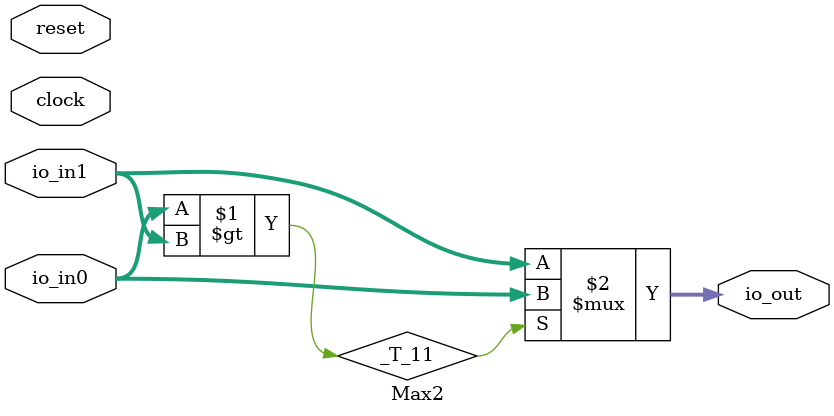
<source format=v>
module Max2( // @[:@3.2]
  input        clock, // @[:@4.4]
  input        reset, // @[:@5.4]
  input  [7:0] io_in0, // @[:@6.4]
  input  [7:0] io_in1, // @[:@6.4]
  output [7:0] io_out // @[:@6.4]
);
  wire  _T_11; // @[Max2.scala 14:24:@8.4]
  assign _T_11 = io_in0 > io_in1; // @[Max2.scala 14:24:@8.4]
  assign io_out = _T_11 ? io_in0 : io_in1; // @[Max2.scala 14:10:@10.4]
endmodule

</source>
